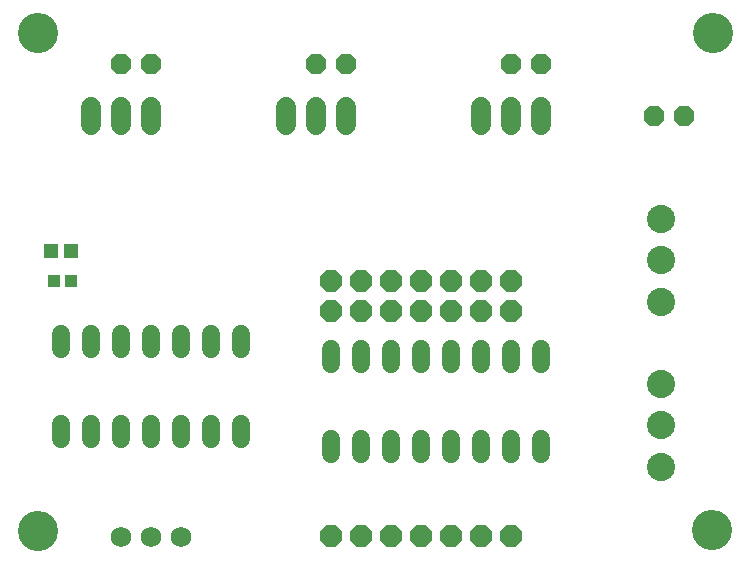
<source format=gts>
G75*
%MOIN*%
%OFA0B0*%
%FSLAX25Y25*%
%IPPOS*%
%LPD*%
%AMOC8*
5,1,8,0,0,1.08239X$1,22.5*
%
%ADD10C,0.13398*%
%ADD11C,0.06800*%
%ADD12C,0.06000*%
%ADD13C,0.06800*%
%ADD14R,0.03950X0.03950*%
%ADD15R,0.04737X0.05131*%
%ADD16OC8,0.07400*%
%ADD17OC8,0.06800*%
%ADD18C,0.09400*%
D10*
X0027292Y0085606D03*
X0027292Y0251709D03*
X0252292Y0251709D03*
X0251819Y0086157D03*
D11*
X0194988Y0220933D02*
X0194988Y0226933D01*
X0184988Y0226933D02*
X0184988Y0220933D01*
X0174988Y0220933D02*
X0174988Y0226933D01*
X0129988Y0226933D02*
X0129988Y0220933D01*
X0119988Y0220933D02*
X0119988Y0226933D01*
X0109988Y0226933D02*
X0109988Y0220933D01*
X0064988Y0220933D02*
X0064988Y0226933D01*
X0054988Y0226933D02*
X0054988Y0220933D01*
X0044988Y0220933D02*
X0044988Y0226933D01*
D12*
X0044988Y0151533D02*
X0044988Y0146333D01*
X0034988Y0146333D02*
X0034988Y0151533D01*
X0054988Y0151533D02*
X0054988Y0146333D01*
X0064988Y0146333D02*
X0064988Y0151533D01*
X0074988Y0151533D02*
X0074988Y0146333D01*
X0084988Y0146333D02*
X0084988Y0151533D01*
X0094988Y0151533D02*
X0094988Y0146333D01*
X0124988Y0146533D02*
X0124988Y0141333D01*
X0134988Y0141333D02*
X0134988Y0146533D01*
X0144988Y0146533D02*
X0144988Y0141333D01*
X0154988Y0141333D02*
X0154988Y0146533D01*
X0164988Y0146533D02*
X0164988Y0141333D01*
X0174988Y0141333D02*
X0174988Y0146533D01*
X0184988Y0146533D02*
X0184988Y0141333D01*
X0194988Y0141333D02*
X0194988Y0146533D01*
X0194988Y0116533D02*
X0194988Y0111333D01*
X0184988Y0111333D02*
X0184988Y0116533D01*
X0174988Y0116533D02*
X0174988Y0111333D01*
X0164988Y0111333D02*
X0164988Y0116533D01*
X0154988Y0116533D02*
X0154988Y0111333D01*
X0144988Y0111333D02*
X0144988Y0116533D01*
X0134988Y0116533D02*
X0134988Y0111333D01*
X0124988Y0111333D02*
X0124988Y0116533D01*
X0094988Y0116333D02*
X0094988Y0121533D01*
X0084988Y0121533D02*
X0084988Y0116333D01*
X0074988Y0116333D02*
X0074988Y0121533D01*
X0064988Y0121533D02*
X0064988Y0116333D01*
X0054988Y0116333D02*
X0054988Y0121533D01*
X0044988Y0121533D02*
X0044988Y0116333D01*
X0034988Y0116333D02*
X0034988Y0121533D01*
D13*
X0054988Y0083683D03*
X0064988Y0083683D03*
X0074988Y0083683D03*
D14*
X0038416Y0169058D03*
X0032511Y0169058D03*
D15*
X0031642Y0178933D03*
X0038335Y0178933D03*
D16*
X0124988Y0168933D03*
X0134988Y0168933D03*
X0144988Y0168933D03*
X0154988Y0168933D03*
X0164988Y0168933D03*
X0174988Y0168933D03*
X0184988Y0168933D03*
X0184988Y0158933D03*
X0174988Y0158933D03*
X0164988Y0158933D03*
X0154988Y0158933D03*
X0144988Y0158933D03*
X0134988Y0158933D03*
X0124988Y0158933D03*
X0124988Y0083933D03*
X0134988Y0083933D03*
X0144988Y0083933D03*
X0154988Y0083933D03*
X0164988Y0083933D03*
X0174988Y0083933D03*
X0184988Y0083933D03*
D17*
X0232488Y0223933D03*
X0242488Y0223933D03*
X0194988Y0241433D03*
X0184988Y0241433D03*
X0129988Y0241433D03*
X0119988Y0241433D03*
X0064988Y0241433D03*
X0054988Y0241433D03*
D18*
X0234988Y0189799D03*
X0234988Y0176020D03*
X0234988Y0162240D03*
X0234988Y0134799D03*
X0234988Y0121020D03*
X0234988Y0107240D03*
M02*

</source>
